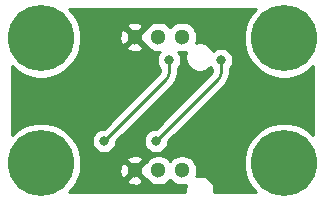
<source format=gbl>
%TF.GenerationSoftware,KiCad,Pcbnew,(5.1.10)-1*%
%TF.CreationDate,2021-09-27T16:18:06+09:00*%
%TF.ProjectId,EXTERNAL_LED_BOARD,45585445-524e-4414-9c5f-4c45445f424f,rev?*%
%TF.SameCoordinates,Original*%
%TF.FileFunction,Copper,L2,Bot*%
%TF.FilePolarity,Positive*%
%FSLAX46Y46*%
G04 Gerber Fmt 4.6, Leading zero omitted, Abs format (unit mm)*
G04 Created by KiCad (PCBNEW (5.1.10)-1) date 2021-09-27 16:18:06*
%MOMM*%
%LPD*%
G01*
G04 APERTURE LIST*
%TA.AperFunction,ComponentPad*%
%ADD10C,1.300000*%
%TD*%
%TA.AperFunction,ConnectorPad*%
%ADD11C,5.600000*%
%TD*%
%TA.AperFunction,ComponentPad*%
%ADD12C,3.600000*%
%TD*%
%TA.AperFunction,ViaPad*%
%ADD13C,0.800000*%
%TD*%
%TA.AperFunction,Conductor*%
%ADD14C,0.250000*%
%TD*%
%TA.AperFunction,Conductor*%
%ADD15C,0.254000*%
%TD*%
%TA.AperFunction,Conductor*%
%ADD16C,0.100000*%
%TD*%
G04 APERTURE END LIST*
D10*
%TO.P,J2,3*%
%TO.N,GND*%
X132356000Y-104911000D03*
%TO.P,J2,2*%
%TO.N,/OUT*%
X134356000Y-104911000D03*
%TO.P,J2,1*%
%TO.N,+5V*%
X136356000Y-104911000D03*
%TD*%
%TO.P,J1,3*%
%TO.N,GND*%
X132356000Y-93620400D03*
%TO.P,J1,2*%
%TO.N,/IN*%
X134356000Y-93620400D03*
%TO.P,J1,1*%
%TO.N,+5V*%
X136356000Y-93620400D03*
%TD*%
D11*
%TO.P,H3,1*%
%TO.N,N/C*%
X124406000Y-104306000D03*
D12*
X124406000Y-104306000D03*
%TD*%
D11*
%TO.P,H4,1*%
%TO.N,N/C*%
X145006000Y-104306000D03*
D12*
X145006000Y-104306000D03*
%TD*%
D11*
%TO.P,H2,1*%
%TO.N,N/C*%
X145006000Y-93705500D03*
D12*
X145006000Y-93705500D03*
%TD*%
D11*
%TO.P,H1,1*%
%TO.N,N/C*%
X124406000Y-93705500D03*
D12*
X124406000Y-93705500D03*
%TD*%
D13*
%TO.N,Net-(U1-Pad1)*%
X135256000Y-95590501D03*
X129756000Y-102420501D03*
%TO.N,Net-(U2-Pad1)*%
X134156000Y-102420501D03*
X139656000Y-95590501D03*
%TD*%
D14*
%TO.N,Net-(U1-Pad1)*%
X134902446Y-97274054D02*
X129756000Y-102420501D01*
X134902446Y-97274054D02*
X134943299Y-97231143D01*
X134943299Y-97231143D02*
X134981998Y-97186280D01*
X134981998Y-97186280D02*
X135018449Y-97139572D01*
X135018449Y-97139572D02*
X135052564Y-97091132D01*
X135052564Y-97091132D02*
X135084262Y-97041077D01*
X135084262Y-97041077D02*
X135113465Y-96989526D01*
X135113465Y-96989526D02*
X135140103Y-96936605D01*
X135140103Y-96936605D02*
X135164113Y-96882440D01*
X135164113Y-96882440D02*
X135185436Y-96827162D01*
X135185436Y-96827162D02*
X135204021Y-96770905D01*
X135204021Y-96770905D02*
X135219823Y-96713803D01*
X135219823Y-96713803D02*
X135232805Y-96655995D01*
X135232805Y-96655995D02*
X135242934Y-96597620D01*
X135242934Y-96597620D02*
X135250186Y-96538818D01*
X135250186Y-96538818D02*
X135254545Y-96479730D01*
X135254545Y-96479730D02*
X135256000Y-96420501D01*
X135256000Y-96420501D02*
X135256000Y-95590501D01*
%TO.N,Net-(U2-Pad1)*%
X139302446Y-97274054D02*
X134156000Y-102420501D01*
X139302446Y-97274054D02*
X139343299Y-97231143D01*
X139343299Y-97231143D02*
X139381998Y-97186280D01*
X139381998Y-97186280D02*
X139418449Y-97139573D01*
X139418449Y-97139573D02*
X139452565Y-97091133D01*
X139452565Y-97091133D02*
X139484262Y-97041077D01*
X139484262Y-97041077D02*
X139513465Y-96989526D01*
X139513465Y-96989526D02*
X139540104Y-96936605D01*
X139540104Y-96936605D02*
X139564113Y-96882440D01*
X139564113Y-96882440D02*
X139585436Y-96827162D01*
X139585436Y-96827162D02*
X139604021Y-96770905D01*
X139604021Y-96770905D02*
X139619824Y-96713803D01*
X139619824Y-96713803D02*
X139632805Y-96655995D01*
X139632805Y-96655995D02*
X139642934Y-96597620D01*
X139642934Y-96597620D02*
X139650186Y-96538818D01*
X139650186Y-96538818D02*
X139654545Y-96479730D01*
X139654545Y-96479730D02*
X139656000Y-96420501D01*
X139656000Y-96420501D02*
X139656000Y-95590501D01*
%TD*%
D15*
%TO.N,GND*%
X142337862Y-91515815D02*
X141961943Y-92078418D01*
X141703006Y-92703548D01*
X141571000Y-93367182D01*
X141571000Y-94043818D01*
X141703006Y-94707452D01*
X141961943Y-95332582D01*
X142337862Y-95895185D01*
X142816315Y-96373638D01*
X143378918Y-96749557D01*
X144004048Y-97008494D01*
X144667682Y-97140500D01*
X145344318Y-97140500D01*
X146007952Y-97008494D01*
X146633082Y-96749557D01*
X147195685Y-96373638D01*
X147470999Y-96098324D01*
X147471001Y-101913178D01*
X147195685Y-101637862D01*
X146633082Y-101261943D01*
X146007952Y-101003006D01*
X145344318Y-100871000D01*
X144667682Y-100871000D01*
X144004048Y-101003006D01*
X143378918Y-101261943D01*
X142816315Y-101637862D01*
X142337862Y-102116315D01*
X141961943Y-102678918D01*
X141703006Y-103304048D01*
X141571000Y-103967682D01*
X141571000Y-104644318D01*
X141703006Y-105307952D01*
X141961943Y-105933082D01*
X142337862Y-106495685D01*
X142612677Y-106770500D01*
X139083469Y-106770500D01*
X139091000Y-106732637D01*
X139091000Y-106489363D01*
X139043540Y-106250764D01*
X138950443Y-106026008D01*
X138815287Y-105823733D01*
X138643267Y-105651713D01*
X138440992Y-105516557D01*
X138216236Y-105423460D01*
X137977637Y-105376000D01*
X137734363Y-105376000D01*
X137538095Y-105415040D01*
X137591619Y-105285821D01*
X137641000Y-105037561D01*
X137641000Y-104784439D01*
X137591619Y-104536179D01*
X137494753Y-104302324D01*
X137354125Y-104091860D01*
X137175140Y-103912875D01*
X136964676Y-103772247D01*
X136730821Y-103675381D01*
X136482561Y-103626000D01*
X136229439Y-103626000D01*
X135981179Y-103675381D01*
X135747324Y-103772247D01*
X135536860Y-103912875D01*
X135357875Y-104091860D01*
X135356000Y-104094666D01*
X135354125Y-104091860D01*
X135175140Y-103912875D01*
X134964676Y-103772247D01*
X134730821Y-103675381D01*
X134482561Y-103626000D01*
X134229439Y-103626000D01*
X133981179Y-103675381D01*
X133747324Y-103772247D01*
X133536860Y-103912875D01*
X133357875Y-104091860D01*
X133276733Y-104213297D01*
X133241527Y-104205078D01*
X132535605Y-104911000D01*
X133241527Y-105616922D01*
X133276733Y-105608703D01*
X133357875Y-105730140D01*
X133536860Y-105909125D01*
X133747324Y-106049753D01*
X133981179Y-106146619D01*
X134229439Y-106196000D01*
X134482561Y-106196000D01*
X134730821Y-106146619D01*
X134964676Y-106049753D01*
X135175140Y-105909125D01*
X135354125Y-105730140D01*
X135356000Y-105727334D01*
X135357875Y-105730140D01*
X135536860Y-105909125D01*
X135747324Y-106049753D01*
X135981179Y-106146619D01*
X136229439Y-106196000D01*
X136482561Y-106196000D01*
X136709872Y-106150786D01*
X136668460Y-106250764D01*
X136621000Y-106489363D01*
X136621000Y-106732637D01*
X136628531Y-106770500D01*
X126799323Y-106770500D01*
X127074138Y-106495685D01*
X127450057Y-105933082D01*
X127506619Y-105796527D01*
X131650078Y-105796527D01*
X131703466Y-106025201D01*
X131933374Y-106131095D01*
X132179524Y-106190102D01*
X132432455Y-106199952D01*
X132682449Y-106160270D01*
X132919896Y-106072578D01*
X133008534Y-106025201D01*
X133061922Y-105796527D01*
X132356000Y-105090605D01*
X131650078Y-105796527D01*
X127506619Y-105796527D01*
X127708994Y-105307952D01*
X127772745Y-104987455D01*
X131067048Y-104987455D01*
X131106730Y-105237449D01*
X131194422Y-105474896D01*
X131241799Y-105563534D01*
X131470473Y-105616922D01*
X132176395Y-104911000D01*
X131470473Y-104205078D01*
X131241799Y-104258466D01*
X131135905Y-104488374D01*
X131076898Y-104734524D01*
X131067048Y-104987455D01*
X127772745Y-104987455D01*
X127841000Y-104644318D01*
X127841000Y-104025473D01*
X131650078Y-104025473D01*
X132356000Y-104731395D01*
X133061922Y-104025473D01*
X133008534Y-103796799D01*
X132778626Y-103690905D01*
X132532476Y-103631898D01*
X132279545Y-103622048D01*
X132029551Y-103661730D01*
X131792104Y-103749422D01*
X131703466Y-103796799D01*
X131650078Y-104025473D01*
X127841000Y-104025473D01*
X127841000Y-103967682D01*
X127708994Y-103304048D01*
X127450057Y-102678918D01*
X127209276Y-102318562D01*
X128721000Y-102318562D01*
X128721000Y-102522440D01*
X128760774Y-102722399D01*
X128838795Y-102910757D01*
X128952063Y-103080275D01*
X129096226Y-103224438D01*
X129265744Y-103337706D01*
X129454102Y-103415727D01*
X129654061Y-103455501D01*
X129857939Y-103455501D01*
X130057898Y-103415727D01*
X130246256Y-103337706D01*
X130415774Y-103224438D01*
X130559937Y-103080275D01*
X130673205Y-102910757D01*
X130751226Y-102722399D01*
X130791000Y-102522440D01*
X130791000Y-102460302D01*
X135420066Y-97831236D01*
X135427142Y-97825132D01*
X135446435Y-97804867D01*
X135466245Y-97785057D01*
X135472181Y-97777824D01*
X135480872Y-97768695D01*
X135494393Y-97755822D01*
X135506598Y-97741673D01*
X135519479Y-97728143D01*
X135530962Y-97713428D01*
X135545294Y-97696813D01*
X135558174Y-97683285D01*
X135569664Y-97668562D01*
X135581862Y-97654421D01*
X135592614Y-97639153D01*
X135606124Y-97621842D01*
X135618318Y-97607706D01*
X135629068Y-97592443D01*
X135640562Y-97577714D01*
X135650556Y-97561932D01*
X135663184Y-97544001D01*
X135674673Y-97529280D01*
X135684669Y-97513495D01*
X135695427Y-97498220D01*
X135704629Y-97481976D01*
X135716378Y-97463423D01*
X135727128Y-97448159D01*
X135736323Y-97431927D01*
X135746318Y-97416144D01*
X135754724Y-97399444D01*
X135765533Y-97380364D01*
X135775531Y-97364575D01*
X135783934Y-97347881D01*
X135793133Y-97331642D01*
X135800697Y-97314578D01*
X135810571Y-97294962D01*
X135819771Y-97278721D01*
X135827338Y-97261649D01*
X135835739Y-97244960D01*
X135842462Y-97227533D01*
X135851353Y-97207474D01*
X135859751Y-97190790D01*
X135866471Y-97173368D01*
X135874039Y-97156296D01*
X135879899Y-97138559D01*
X135887794Y-97118090D01*
X135895365Y-97101011D01*
X135901226Y-97083270D01*
X135907946Y-97065849D01*
X135912924Y-97047859D01*
X135919812Y-97027010D01*
X135926534Y-97009584D01*
X135931513Y-96991593D01*
X135937372Y-96973857D01*
X135941466Y-96955627D01*
X135947316Y-96934486D01*
X135953174Y-96916755D01*
X135957269Y-96898522D01*
X135962250Y-96880521D01*
X135965441Y-96862130D01*
X135970250Y-96840715D01*
X135975233Y-96822709D01*
X135978426Y-96804310D01*
X135982516Y-96786095D01*
X135984803Y-96767558D01*
X135988557Y-96745919D01*
X135992649Y-96727697D01*
X135994934Y-96709168D01*
X135998127Y-96690767D01*
X135999501Y-96672135D01*
X136002186Y-96650363D01*
X136005379Y-96631964D01*
X136006754Y-96613327D01*
X136009040Y-96594791D01*
X136009498Y-96576135D01*
X136011114Y-96554236D01*
X136013398Y-96535716D01*
X136013856Y-96517059D01*
X136015232Y-96498413D01*
X136014773Y-96479731D01*
X136015083Y-96467149D01*
X136016000Y-96457834D01*
X136016000Y-96429807D01*
X136016687Y-96401844D01*
X136016000Y-96392529D01*
X136016000Y-96294212D01*
X136059937Y-96250275D01*
X136173205Y-96080757D01*
X136251226Y-95892399D01*
X136291000Y-95692440D01*
X136291000Y-95488562D01*
X136251226Y-95288603D01*
X136173205Y-95100245D01*
X136059937Y-94930727D01*
X135986235Y-94857025D01*
X136229439Y-94905400D01*
X136482561Y-94905400D01*
X136709872Y-94860186D01*
X136668460Y-94960164D01*
X136621000Y-95198763D01*
X136621000Y-95442037D01*
X136668460Y-95680636D01*
X136761557Y-95905392D01*
X136896713Y-96107667D01*
X137068733Y-96279687D01*
X137271008Y-96414843D01*
X137495764Y-96507940D01*
X137734363Y-96555400D01*
X137977637Y-96555400D01*
X138216236Y-96507940D01*
X138440992Y-96414843D01*
X138643267Y-96279687D01*
X138780212Y-96142742D01*
X138852063Y-96250275D01*
X138896000Y-96294212D01*
X138896000Y-96411201D01*
X138895233Y-96442412D01*
X138893618Y-96464312D01*
X138890934Y-96486073D01*
X138887184Y-96507685D01*
X138882379Y-96529083D01*
X138876530Y-96550217D01*
X138869646Y-96571053D01*
X138861758Y-96591504D01*
X138852865Y-96611567D01*
X138843000Y-96631165D01*
X138832195Y-96650237D01*
X138820457Y-96668775D01*
X138807829Y-96686704D01*
X138794338Y-96703992D01*
X138780001Y-96720612D01*
X138758480Y-96743217D01*
X134116199Y-101385501D01*
X134054061Y-101385501D01*
X133854102Y-101425275D01*
X133665744Y-101503296D01*
X133496226Y-101616564D01*
X133352063Y-101760727D01*
X133238795Y-101930245D01*
X133160774Y-102118603D01*
X133121000Y-102318562D01*
X133121000Y-102522440D01*
X133160774Y-102722399D01*
X133238795Y-102910757D01*
X133352063Y-103080275D01*
X133496226Y-103224438D01*
X133665744Y-103337706D01*
X133854102Y-103415727D01*
X134054061Y-103455501D01*
X134257939Y-103455501D01*
X134457898Y-103415727D01*
X134646256Y-103337706D01*
X134815774Y-103224438D01*
X134959937Y-103080275D01*
X135073205Y-102910757D01*
X135151226Y-102722399D01*
X135191000Y-102522440D01*
X135191000Y-102460302D01*
X139820066Y-97831236D01*
X139827142Y-97825132D01*
X139846435Y-97804867D01*
X139866245Y-97785057D01*
X139872181Y-97777824D01*
X139880872Y-97768695D01*
X139894393Y-97755822D01*
X139906598Y-97741673D01*
X139919479Y-97728143D01*
X139930962Y-97713428D01*
X139945291Y-97696817D01*
X139958169Y-97683291D01*
X139969662Y-97668565D01*
X139981862Y-97654421D01*
X139992614Y-97639153D01*
X140006114Y-97621856D01*
X140018312Y-97607715D01*
X140029070Y-97592440D01*
X140040557Y-97577721D01*
X140050544Y-97561951D01*
X140063192Y-97543992D01*
X140074684Y-97529266D01*
X140084669Y-97513497D01*
X140095422Y-97498230D01*
X140104631Y-97481973D01*
X140116380Y-97463420D01*
X140127128Y-97448159D01*
X140136329Y-97431917D01*
X140146327Y-97416128D01*
X140154729Y-97399436D01*
X140165532Y-97380365D01*
X140175525Y-97364585D01*
X140183929Y-97347889D01*
X140193133Y-97331642D01*
X140200695Y-97314583D01*
X140210566Y-97294973D01*
X140219778Y-97278711D01*
X140227345Y-97261639D01*
X140235736Y-97244970D01*
X140242459Y-97227542D01*
X140251363Y-97207455D01*
X140259751Y-97190790D01*
X140266468Y-97173376D01*
X140274044Y-97156285D01*
X140279906Y-97138541D01*
X140287794Y-97118090D01*
X140295365Y-97101011D01*
X140301226Y-97083270D01*
X140307946Y-97065849D01*
X140312924Y-97047859D01*
X140319811Y-97027014D01*
X140326530Y-97009596D01*
X140331510Y-96991600D01*
X140337372Y-96973857D01*
X140341465Y-96955630D01*
X140347317Y-96934484D01*
X140353178Y-96916743D01*
X140357269Y-96898523D01*
X140362248Y-96880533D01*
X140365442Y-96862128D01*
X140370250Y-96840715D01*
X140375233Y-96822709D01*
X140378428Y-96804298D01*
X140382518Y-96786082D01*
X140384803Y-96767553D01*
X140388557Y-96745919D01*
X140392649Y-96727697D01*
X140394934Y-96709168D01*
X140398127Y-96690767D01*
X140399501Y-96672135D01*
X140402186Y-96650363D01*
X140405379Y-96631964D01*
X140406754Y-96613327D01*
X140409040Y-96594791D01*
X140409498Y-96576135D01*
X140411114Y-96554236D01*
X140413398Y-96535716D01*
X140413856Y-96517059D01*
X140415232Y-96498413D01*
X140414773Y-96479731D01*
X140415083Y-96467149D01*
X140416000Y-96457834D01*
X140416000Y-96429807D01*
X140416687Y-96401844D01*
X140416000Y-96392529D01*
X140416000Y-96294212D01*
X140459937Y-96250275D01*
X140573205Y-96080757D01*
X140651226Y-95892399D01*
X140691000Y-95692440D01*
X140691000Y-95488562D01*
X140651226Y-95288603D01*
X140573205Y-95100245D01*
X140459937Y-94930727D01*
X140315774Y-94786564D01*
X140146256Y-94673296D01*
X139957898Y-94595275D01*
X139757939Y-94555501D01*
X139554061Y-94555501D01*
X139354102Y-94595275D01*
X139165744Y-94673296D01*
X138996226Y-94786564D01*
X138978836Y-94803954D01*
X138950443Y-94735408D01*
X138815287Y-94533133D01*
X138643267Y-94361113D01*
X138440992Y-94225957D01*
X138216236Y-94132860D01*
X137977637Y-94085400D01*
X137734363Y-94085400D01*
X137538095Y-94124440D01*
X137591619Y-93995221D01*
X137641000Y-93746961D01*
X137641000Y-93493839D01*
X137591619Y-93245579D01*
X137494753Y-93011724D01*
X137354125Y-92801260D01*
X137175140Y-92622275D01*
X136964676Y-92481647D01*
X136730821Y-92384781D01*
X136482561Y-92335400D01*
X136229439Y-92335400D01*
X135981179Y-92384781D01*
X135747324Y-92481647D01*
X135536860Y-92622275D01*
X135357875Y-92801260D01*
X135356000Y-92804066D01*
X135354125Y-92801260D01*
X135175140Y-92622275D01*
X134964676Y-92481647D01*
X134730821Y-92384781D01*
X134482561Y-92335400D01*
X134229439Y-92335400D01*
X133981179Y-92384781D01*
X133747324Y-92481647D01*
X133536860Y-92622275D01*
X133357875Y-92801260D01*
X133276733Y-92922697D01*
X133241527Y-92914478D01*
X132535605Y-93620400D01*
X133241527Y-94326322D01*
X133276733Y-94318103D01*
X133357875Y-94439540D01*
X133536860Y-94618525D01*
X133747324Y-94759153D01*
X133981179Y-94856019D01*
X134229439Y-94905400D01*
X134477390Y-94905400D01*
X134452063Y-94930727D01*
X134338795Y-95100245D01*
X134260774Y-95288603D01*
X134221000Y-95488562D01*
X134221000Y-95692440D01*
X134260774Y-95892399D01*
X134338795Y-96080757D01*
X134452063Y-96250275D01*
X134496000Y-96294212D01*
X134496000Y-96411201D01*
X134495233Y-96442412D01*
X134493618Y-96464312D01*
X134490934Y-96486073D01*
X134487186Y-96507674D01*
X134482378Y-96529081D01*
X134476526Y-96550228D01*
X134469646Y-96571053D01*
X134461754Y-96591513D01*
X134452870Y-96611556D01*
X134443000Y-96631164D01*
X134432197Y-96650234D01*
X134420461Y-96668766D01*
X134407828Y-96686704D01*
X134394331Y-96703999D01*
X134380001Y-96720612D01*
X134358480Y-96743217D01*
X129716199Y-101385501D01*
X129654061Y-101385501D01*
X129454102Y-101425275D01*
X129265744Y-101503296D01*
X129096226Y-101616564D01*
X128952063Y-101760727D01*
X128838795Y-101930245D01*
X128760774Y-102118603D01*
X128721000Y-102318562D01*
X127209276Y-102318562D01*
X127074138Y-102116315D01*
X126595685Y-101637862D01*
X126033082Y-101261943D01*
X125407952Y-101003006D01*
X124744318Y-100871000D01*
X124067682Y-100871000D01*
X123404048Y-101003006D01*
X122778918Y-101261943D01*
X122216315Y-101637862D01*
X121941000Y-101913177D01*
X121941000Y-96098323D01*
X122216315Y-96373638D01*
X122778918Y-96749557D01*
X123404048Y-97008494D01*
X124067682Y-97140500D01*
X124744318Y-97140500D01*
X125407952Y-97008494D01*
X126033082Y-96749557D01*
X126595685Y-96373638D01*
X127074138Y-95895185D01*
X127450057Y-95332582D01*
X127708994Y-94707452D01*
X127749080Y-94505927D01*
X131650078Y-94505927D01*
X131703466Y-94734601D01*
X131933374Y-94840495D01*
X132179524Y-94899502D01*
X132432455Y-94909352D01*
X132682449Y-94869670D01*
X132919896Y-94781978D01*
X133008534Y-94734601D01*
X133061922Y-94505927D01*
X132356000Y-93800005D01*
X131650078Y-94505927D01*
X127749080Y-94505927D01*
X127841000Y-94043818D01*
X127841000Y-93696855D01*
X131067048Y-93696855D01*
X131106730Y-93946849D01*
X131194422Y-94184296D01*
X131241799Y-94272934D01*
X131470473Y-94326322D01*
X132176395Y-93620400D01*
X131470473Y-92914478D01*
X131241799Y-92967866D01*
X131135905Y-93197774D01*
X131076898Y-93443924D01*
X131067048Y-93696855D01*
X127841000Y-93696855D01*
X127841000Y-93367182D01*
X127715225Y-92734873D01*
X131650078Y-92734873D01*
X132356000Y-93440795D01*
X133061922Y-92734873D01*
X133008534Y-92506199D01*
X132778626Y-92400305D01*
X132532476Y-92341298D01*
X132279545Y-92331448D01*
X132029551Y-92371130D01*
X131792104Y-92458822D01*
X131703466Y-92506199D01*
X131650078Y-92734873D01*
X127715225Y-92734873D01*
X127708994Y-92703548D01*
X127450057Y-92078418D01*
X127074138Y-91515815D01*
X126798824Y-91240501D01*
X142613176Y-91240501D01*
X142337862Y-91515815D01*
%TA.AperFunction,Conductor*%
D16*
G36*
X142337862Y-91515815D02*
G01*
X141961943Y-92078418D01*
X141703006Y-92703548D01*
X141571000Y-93367182D01*
X141571000Y-94043818D01*
X141703006Y-94707452D01*
X141961943Y-95332582D01*
X142337862Y-95895185D01*
X142816315Y-96373638D01*
X143378918Y-96749557D01*
X144004048Y-97008494D01*
X144667682Y-97140500D01*
X145344318Y-97140500D01*
X146007952Y-97008494D01*
X146633082Y-96749557D01*
X147195685Y-96373638D01*
X147470999Y-96098324D01*
X147471001Y-101913178D01*
X147195685Y-101637862D01*
X146633082Y-101261943D01*
X146007952Y-101003006D01*
X145344318Y-100871000D01*
X144667682Y-100871000D01*
X144004048Y-101003006D01*
X143378918Y-101261943D01*
X142816315Y-101637862D01*
X142337862Y-102116315D01*
X141961943Y-102678918D01*
X141703006Y-103304048D01*
X141571000Y-103967682D01*
X141571000Y-104644318D01*
X141703006Y-105307952D01*
X141961943Y-105933082D01*
X142337862Y-106495685D01*
X142612677Y-106770500D01*
X139083469Y-106770500D01*
X139091000Y-106732637D01*
X139091000Y-106489363D01*
X139043540Y-106250764D01*
X138950443Y-106026008D01*
X138815287Y-105823733D01*
X138643267Y-105651713D01*
X138440992Y-105516557D01*
X138216236Y-105423460D01*
X137977637Y-105376000D01*
X137734363Y-105376000D01*
X137538095Y-105415040D01*
X137591619Y-105285821D01*
X137641000Y-105037561D01*
X137641000Y-104784439D01*
X137591619Y-104536179D01*
X137494753Y-104302324D01*
X137354125Y-104091860D01*
X137175140Y-103912875D01*
X136964676Y-103772247D01*
X136730821Y-103675381D01*
X136482561Y-103626000D01*
X136229439Y-103626000D01*
X135981179Y-103675381D01*
X135747324Y-103772247D01*
X135536860Y-103912875D01*
X135357875Y-104091860D01*
X135356000Y-104094666D01*
X135354125Y-104091860D01*
X135175140Y-103912875D01*
X134964676Y-103772247D01*
X134730821Y-103675381D01*
X134482561Y-103626000D01*
X134229439Y-103626000D01*
X133981179Y-103675381D01*
X133747324Y-103772247D01*
X133536860Y-103912875D01*
X133357875Y-104091860D01*
X133276733Y-104213297D01*
X133241527Y-104205078D01*
X132535605Y-104911000D01*
X133241527Y-105616922D01*
X133276733Y-105608703D01*
X133357875Y-105730140D01*
X133536860Y-105909125D01*
X133747324Y-106049753D01*
X133981179Y-106146619D01*
X134229439Y-106196000D01*
X134482561Y-106196000D01*
X134730821Y-106146619D01*
X134964676Y-106049753D01*
X135175140Y-105909125D01*
X135354125Y-105730140D01*
X135356000Y-105727334D01*
X135357875Y-105730140D01*
X135536860Y-105909125D01*
X135747324Y-106049753D01*
X135981179Y-106146619D01*
X136229439Y-106196000D01*
X136482561Y-106196000D01*
X136709872Y-106150786D01*
X136668460Y-106250764D01*
X136621000Y-106489363D01*
X136621000Y-106732637D01*
X136628531Y-106770500D01*
X126799323Y-106770500D01*
X127074138Y-106495685D01*
X127450057Y-105933082D01*
X127506619Y-105796527D01*
X131650078Y-105796527D01*
X131703466Y-106025201D01*
X131933374Y-106131095D01*
X132179524Y-106190102D01*
X132432455Y-106199952D01*
X132682449Y-106160270D01*
X132919896Y-106072578D01*
X133008534Y-106025201D01*
X133061922Y-105796527D01*
X132356000Y-105090605D01*
X131650078Y-105796527D01*
X127506619Y-105796527D01*
X127708994Y-105307952D01*
X127772745Y-104987455D01*
X131067048Y-104987455D01*
X131106730Y-105237449D01*
X131194422Y-105474896D01*
X131241799Y-105563534D01*
X131470473Y-105616922D01*
X132176395Y-104911000D01*
X131470473Y-104205078D01*
X131241799Y-104258466D01*
X131135905Y-104488374D01*
X131076898Y-104734524D01*
X131067048Y-104987455D01*
X127772745Y-104987455D01*
X127841000Y-104644318D01*
X127841000Y-104025473D01*
X131650078Y-104025473D01*
X132356000Y-104731395D01*
X133061922Y-104025473D01*
X133008534Y-103796799D01*
X132778626Y-103690905D01*
X132532476Y-103631898D01*
X132279545Y-103622048D01*
X132029551Y-103661730D01*
X131792104Y-103749422D01*
X131703466Y-103796799D01*
X131650078Y-104025473D01*
X127841000Y-104025473D01*
X127841000Y-103967682D01*
X127708994Y-103304048D01*
X127450057Y-102678918D01*
X127209276Y-102318562D01*
X128721000Y-102318562D01*
X128721000Y-102522440D01*
X128760774Y-102722399D01*
X128838795Y-102910757D01*
X128952063Y-103080275D01*
X129096226Y-103224438D01*
X129265744Y-103337706D01*
X129454102Y-103415727D01*
X129654061Y-103455501D01*
X129857939Y-103455501D01*
X130057898Y-103415727D01*
X130246256Y-103337706D01*
X130415774Y-103224438D01*
X130559937Y-103080275D01*
X130673205Y-102910757D01*
X130751226Y-102722399D01*
X130791000Y-102522440D01*
X130791000Y-102460302D01*
X135420066Y-97831236D01*
X135427142Y-97825132D01*
X135446435Y-97804867D01*
X135466245Y-97785057D01*
X135472181Y-97777824D01*
X135480872Y-97768695D01*
X135494393Y-97755822D01*
X135506598Y-97741673D01*
X135519479Y-97728143D01*
X135530962Y-97713428D01*
X135545294Y-97696813D01*
X135558174Y-97683285D01*
X135569664Y-97668562D01*
X135581862Y-97654421D01*
X135592614Y-97639153D01*
X135606124Y-97621842D01*
X135618318Y-97607706D01*
X135629068Y-97592443D01*
X135640562Y-97577714D01*
X135650556Y-97561932D01*
X135663184Y-97544001D01*
X135674673Y-97529280D01*
X135684669Y-97513495D01*
X135695427Y-97498220D01*
X135704629Y-97481976D01*
X135716378Y-97463423D01*
X135727128Y-97448159D01*
X135736323Y-97431927D01*
X135746318Y-97416144D01*
X135754724Y-97399444D01*
X135765533Y-97380364D01*
X135775531Y-97364575D01*
X135783934Y-97347881D01*
X135793133Y-97331642D01*
X135800697Y-97314578D01*
X135810571Y-97294962D01*
X135819771Y-97278721D01*
X135827338Y-97261649D01*
X135835739Y-97244960D01*
X135842462Y-97227533D01*
X135851353Y-97207474D01*
X135859751Y-97190790D01*
X135866471Y-97173368D01*
X135874039Y-97156296D01*
X135879899Y-97138559D01*
X135887794Y-97118090D01*
X135895365Y-97101011D01*
X135901226Y-97083270D01*
X135907946Y-97065849D01*
X135912924Y-97047859D01*
X135919812Y-97027010D01*
X135926534Y-97009584D01*
X135931513Y-96991593D01*
X135937372Y-96973857D01*
X135941466Y-96955627D01*
X135947316Y-96934486D01*
X135953174Y-96916755D01*
X135957269Y-96898522D01*
X135962250Y-96880521D01*
X135965441Y-96862130D01*
X135970250Y-96840715D01*
X135975233Y-96822709D01*
X135978426Y-96804310D01*
X135982516Y-96786095D01*
X135984803Y-96767558D01*
X135988557Y-96745919D01*
X135992649Y-96727697D01*
X135994934Y-96709168D01*
X135998127Y-96690767D01*
X135999501Y-96672135D01*
X136002186Y-96650363D01*
X136005379Y-96631964D01*
X136006754Y-96613327D01*
X136009040Y-96594791D01*
X136009498Y-96576135D01*
X136011114Y-96554236D01*
X136013398Y-96535716D01*
X136013856Y-96517059D01*
X136015232Y-96498413D01*
X136014773Y-96479731D01*
X136015083Y-96467149D01*
X136016000Y-96457834D01*
X136016000Y-96429807D01*
X136016687Y-96401844D01*
X136016000Y-96392529D01*
X136016000Y-96294212D01*
X136059937Y-96250275D01*
X136173205Y-96080757D01*
X136251226Y-95892399D01*
X136291000Y-95692440D01*
X136291000Y-95488562D01*
X136251226Y-95288603D01*
X136173205Y-95100245D01*
X136059937Y-94930727D01*
X135986235Y-94857025D01*
X136229439Y-94905400D01*
X136482561Y-94905400D01*
X136709872Y-94860186D01*
X136668460Y-94960164D01*
X136621000Y-95198763D01*
X136621000Y-95442037D01*
X136668460Y-95680636D01*
X136761557Y-95905392D01*
X136896713Y-96107667D01*
X137068733Y-96279687D01*
X137271008Y-96414843D01*
X137495764Y-96507940D01*
X137734363Y-96555400D01*
X137977637Y-96555400D01*
X138216236Y-96507940D01*
X138440992Y-96414843D01*
X138643267Y-96279687D01*
X138780212Y-96142742D01*
X138852063Y-96250275D01*
X138896000Y-96294212D01*
X138896000Y-96411201D01*
X138895233Y-96442412D01*
X138893618Y-96464312D01*
X138890934Y-96486073D01*
X138887184Y-96507685D01*
X138882379Y-96529083D01*
X138876530Y-96550217D01*
X138869646Y-96571053D01*
X138861758Y-96591504D01*
X138852865Y-96611567D01*
X138843000Y-96631165D01*
X138832195Y-96650237D01*
X138820457Y-96668775D01*
X138807829Y-96686704D01*
X138794338Y-96703992D01*
X138780001Y-96720612D01*
X138758480Y-96743217D01*
X134116199Y-101385501D01*
X134054061Y-101385501D01*
X133854102Y-101425275D01*
X133665744Y-101503296D01*
X133496226Y-101616564D01*
X133352063Y-101760727D01*
X133238795Y-101930245D01*
X133160774Y-102118603D01*
X133121000Y-102318562D01*
X133121000Y-102522440D01*
X133160774Y-102722399D01*
X133238795Y-102910757D01*
X133352063Y-103080275D01*
X133496226Y-103224438D01*
X133665744Y-103337706D01*
X133854102Y-103415727D01*
X134054061Y-103455501D01*
X134257939Y-103455501D01*
X134457898Y-103415727D01*
X134646256Y-103337706D01*
X134815774Y-103224438D01*
X134959937Y-103080275D01*
X135073205Y-102910757D01*
X135151226Y-102722399D01*
X135191000Y-102522440D01*
X135191000Y-102460302D01*
X139820066Y-97831236D01*
X139827142Y-97825132D01*
X139846435Y-97804867D01*
X139866245Y-97785057D01*
X139872181Y-97777824D01*
X139880872Y-97768695D01*
X139894393Y-97755822D01*
X139906598Y-97741673D01*
X139919479Y-97728143D01*
X139930962Y-97713428D01*
X139945291Y-97696817D01*
X139958169Y-97683291D01*
X139969662Y-97668565D01*
X139981862Y-97654421D01*
X139992614Y-97639153D01*
X140006114Y-97621856D01*
X140018312Y-97607715D01*
X140029070Y-97592440D01*
X140040557Y-97577721D01*
X140050544Y-97561951D01*
X140063192Y-97543992D01*
X140074684Y-97529266D01*
X140084669Y-97513497D01*
X140095422Y-97498230D01*
X140104631Y-97481973D01*
X140116380Y-97463420D01*
X140127128Y-97448159D01*
X140136329Y-97431917D01*
X140146327Y-97416128D01*
X140154729Y-97399436D01*
X140165532Y-97380365D01*
X140175525Y-97364585D01*
X140183929Y-97347889D01*
X140193133Y-97331642D01*
X140200695Y-97314583D01*
X140210566Y-97294973D01*
X140219778Y-97278711D01*
X140227345Y-97261639D01*
X140235736Y-97244970D01*
X140242459Y-97227542D01*
X140251363Y-97207455D01*
X140259751Y-97190790D01*
X140266468Y-97173376D01*
X140274044Y-97156285D01*
X140279906Y-97138541D01*
X140287794Y-97118090D01*
X140295365Y-97101011D01*
X140301226Y-97083270D01*
X140307946Y-97065849D01*
X140312924Y-97047859D01*
X140319811Y-97027014D01*
X140326530Y-97009596D01*
X140331510Y-96991600D01*
X140337372Y-96973857D01*
X140341465Y-96955630D01*
X140347317Y-96934484D01*
X140353178Y-96916743D01*
X140357269Y-96898523D01*
X140362248Y-96880533D01*
X140365442Y-96862128D01*
X140370250Y-96840715D01*
X140375233Y-96822709D01*
X140378428Y-96804298D01*
X140382518Y-96786082D01*
X140384803Y-96767553D01*
X140388557Y-96745919D01*
X140392649Y-96727697D01*
X140394934Y-96709168D01*
X140398127Y-96690767D01*
X140399501Y-96672135D01*
X140402186Y-96650363D01*
X140405379Y-96631964D01*
X140406754Y-96613327D01*
X140409040Y-96594791D01*
X140409498Y-96576135D01*
X140411114Y-96554236D01*
X140413398Y-96535716D01*
X140413856Y-96517059D01*
X140415232Y-96498413D01*
X140414773Y-96479731D01*
X140415083Y-96467149D01*
X140416000Y-96457834D01*
X140416000Y-96429807D01*
X140416687Y-96401844D01*
X140416000Y-96392529D01*
X140416000Y-96294212D01*
X140459937Y-96250275D01*
X140573205Y-96080757D01*
X140651226Y-95892399D01*
X140691000Y-95692440D01*
X140691000Y-95488562D01*
X140651226Y-95288603D01*
X140573205Y-95100245D01*
X140459937Y-94930727D01*
X140315774Y-94786564D01*
X140146256Y-94673296D01*
X139957898Y-94595275D01*
X139757939Y-94555501D01*
X139554061Y-94555501D01*
X139354102Y-94595275D01*
X139165744Y-94673296D01*
X138996226Y-94786564D01*
X138978836Y-94803954D01*
X138950443Y-94735408D01*
X138815287Y-94533133D01*
X138643267Y-94361113D01*
X138440992Y-94225957D01*
X138216236Y-94132860D01*
X137977637Y-94085400D01*
X137734363Y-94085400D01*
X137538095Y-94124440D01*
X137591619Y-93995221D01*
X137641000Y-93746961D01*
X137641000Y-93493839D01*
X137591619Y-93245579D01*
X137494753Y-93011724D01*
X137354125Y-92801260D01*
X137175140Y-92622275D01*
X136964676Y-92481647D01*
X136730821Y-92384781D01*
X136482561Y-92335400D01*
X136229439Y-92335400D01*
X135981179Y-92384781D01*
X135747324Y-92481647D01*
X135536860Y-92622275D01*
X135357875Y-92801260D01*
X135356000Y-92804066D01*
X135354125Y-92801260D01*
X135175140Y-92622275D01*
X134964676Y-92481647D01*
X134730821Y-92384781D01*
X134482561Y-92335400D01*
X134229439Y-92335400D01*
X133981179Y-92384781D01*
X133747324Y-92481647D01*
X133536860Y-92622275D01*
X133357875Y-92801260D01*
X133276733Y-92922697D01*
X133241527Y-92914478D01*
X132535605Y-93620400D01*
X133241527Y-94326322D01*
X133276733Y-94318103D01*
X133357875Y-94439540D01*
X133536860Y-94618525D01*
X133747324Y-94759153D01*
X133981179Y-94856019D01*
X134229439Y-94905400D01*
X134477390Y-94905400D01*
X134452063Y-94930727D01*
X134338795Y-95100245D01*
X134260774Y-95288603D01*
X134221000Y-95488562D01*
X134221000Y-95692440D01*
X134260774Y-95892399D01*
X134338795Y-96080757D01*
X134452063Y-96250275D01*
X134496000Y-96294212D01*
X134496000Y-96411201D01*
X134495233Y-96442412D01*
X134493618Y-96464312D01*
X134490934Y-96486073D01*
X134487186Y-96507674D01*
X134482378Y-96529081D01*
X134476526Y-96550228D01*
X134469646Y-96571053D01*
X134461754Y-96591513D01*
X134452870Y-96611556D01*
X134443000Y-96631164D01*
X134432197Y-96650234D01*
X134420461Y-96668766D01*
X134407828Y-96686704D01*
X134394331Y-96703999D01*
X134380001Y-96720612D01*
X134358480Y-96743217D01*
X129716199Y-101385501D01*
X129654061Y-101385501D01*
X129454102Y-101425275D01*
X129265744Y-101503296D01*
X129096226Y-101616564D01*
X128952063Y-101760727D01*
X128838795Y-101930245D01*
X128760774Y-102118603D01*
X128721000Y-102318562D01*
X127209276Y-102318562D01*
X127074138Y-102116315D01*
X126595685Y-101637862D01*
X126033082Y-101261943D01*
X125407952Y-101003006D01*
X124744318Y-100871000D01*
X124067682Y-100871000D01*
X123404048Y-101003006D01*
X122778918Y-101261943D01*
X122216315Y-101637862D01*
X121941000Y-101913177D01*
X121941000Y-96098323D01*
X122216315Y-96373638D01*
X122778918Y-96749557D01*
X123404048Y-97008494D01*
X124067682Y-97140500D01*
X124744318Y-97140500D01*
X125407952Y-97008494D01*
X126033082Y-96749557D01*
X126595685Y-96373638D01*
X127074138Y-95895185D01*
X127450057Y-95332582D01*
X127708994Y-94707452D01*
X127749080Y-94505927D01*
X131650078Y-94505927D01*
X131703466Y-94734601D01*
X131933374Y-94840495D01*
X132179524Y-94899502D01*
X132432455Y-94909352D01*
X132682449Y-94869670D01*
X132919896Y-94781978D01*
X133008534Y-94734601D01*
X133061922Y-94505927D01*
X132356000Y-93800005D01*
X131650078Y-94505927D01*
X127749080Y-94505927D01*
X127841000Y-94043818D01*
X127841000Y-93696855D01*
X131067048Y-93696855D01*
X131106730Y-93946849D01*
X131194422Y-94184296D01*
X131241799Y-94272934D01*
X131470473Y-94326322D01*
X132176395Y-93620400D01*
X131470473Y-92914478D01*
X131241799Y-92967866D01*
X131135905Y-93197774D01*
X131076898Y-93443924D01*
X131067048Y-93696855D01*
X127841000Y-93696855D01*
X127841000Y-93367182D01*
X127715225Y-92734873D01*
X131650078Y-92734873D01*
X132356000Y-93440795D01*
X133061922Y-92734873D01*
X133008534Y-92506199D01*
X132778626Y-92400305D01*
X132532476Y-92341298D01*
X132279545Y-92331448D01*
X132029551Y-92371130D01*
X131792104Y-92458822D01*
X131703466Y-92506199D01*
X131650078Y-92734873D01*
X127715225Y-92734873D01*
X127708994Y-92703548D01*
X127450057Y-92078418D01*
X127074138Y-91515815D01*
X126798824Y-91240501D01*
X142613176Y-91240501D01*
X142337862Y-91515815D01*
G37*
%TD.AperFunction*%
%TD*%
M02*

</source>
